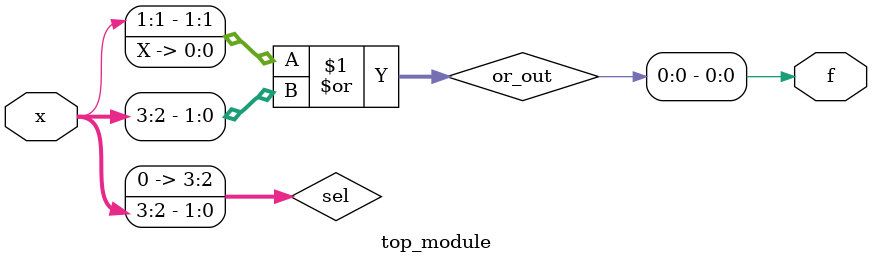
<source format=v>
module top_module (
    input [4:1] x, 
    output f );

    wire [4:1] sel;
    wire [1:0] or_out;

    assign sel = x[3:2];
    assign or_out = x[1:0] | x[3:2];

    assign f = or_out;

endmodule
</source>
